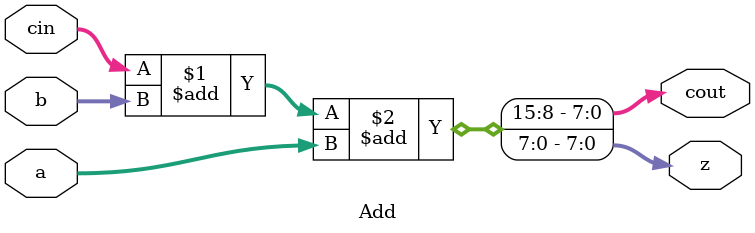
<source format=v>
`timescale 1ns / 1ps
module testAdd(a_1,b_1,cin_1,cout_1,z_1);
	input [7:0] a_1;
	input [7:0] b_1;
	input [7:0] cin_1;
	output [7:0] cout_1;
	output [7:0] z_1;
	
	Add #(.WIDTH(8)) Add_1(a_1,b_1,cin_1,cout_1,z_1);
	
endmodule
//Full-Adder Module
module Add #(parameter WIDTH = 8)(a,b,cin,cout,z);
input [WIDTH-1:0] a;
input [WIDTH-1:0] b;
input [WIDTH-1:0] cin;
output [WIDTH-1:0] cout;
output [WIDTH-1:0] z;

assign{cout,z} = cin + b + a;

endmodule //End Full-Adder Module

</source>
